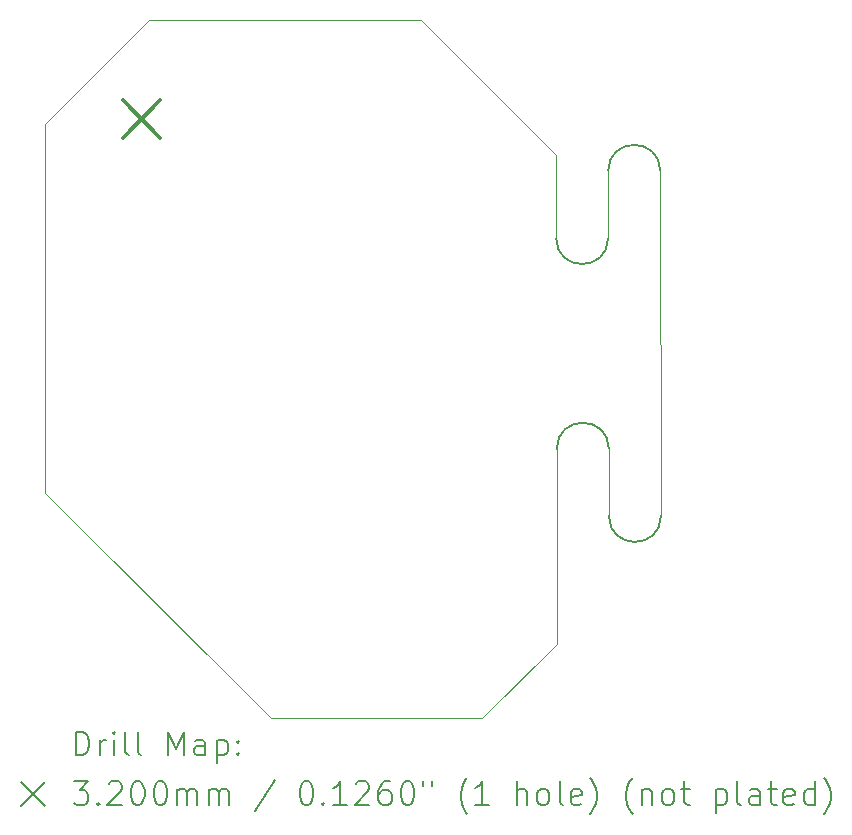
<source format=gbr>
%TF.GenerationSoftware,KiCad,Pcbnew,9.0.4*%
%TF.CreationDate,2025-10-13T15:08:05-05:00*%
%TF.ProjectId,tplane2025,74706c61-6e65-4323-9032-352e6b696361,rev?*%
%TF.SameCoordinates,Original*%
%TF.FileFunction,Drillmap*%
%TF.FilePolarity,Positive*%
%FSLAX45Y45*%
G04 Gerber Fmt 4.5, Leading zero omitted, Abs format (unit mm)*
G04 Created by KiCad (PCBNEW 9.0.4) date 2025-10-13 15:08:05*
%MOMM*%
%LPD*%
G01*
G04 APERTURE LIST*
%ADD10C,0.200000*%
%ADD11C,0.050000*%
%ADD12C,0.320000*%
G04 APERTURE END LIST*
D10*
X17290422Y-5948000D02*
G75*
G02*
X17731267Y-5948000I220422J0D01*
G01*
D11*
X14434000Y-10582000D02*
X12526000Y-8674000D01*
X17296422Y-8300578D02*
X17296422Y-8868578D01*
D10*
X17737267Y-8868578D02*
G75*
G02*
X17296422Y-8868578I-220422J0D01*
G01*
X16855578Y-8300578D02*
G75*
G02*
X17296422Y-8300578I220422J0D01*
G01*
D11*
X17290422Y-6516000D02*
X17290422Y-5948000D01*
X16226000Y-10582000D02*
X14434000Y-10582000D01*
X16849578Y-6516000D02*
X16849578Y-5817000D01*
X13406000Y-4671000D02*
X15704000Y-4671000D01*
X17737267Y-8868578D02*
X17731267Y-5948000D01*
X16855578Y-9952000D02*
X16226000Y-10582000D01*
X12526000Y-5551000D02*
X13406000Y-4671000D01*
X16855578Y-8300578D02*
X16855578Y-9952000D01*
X15704000Y-4671000D02*
X16849578Y-5816578D01*
X12526000Y-8674000D02*
X12526000Y-5551000D01*
D10*
X17290422Y-6516000D02*
G75*
G02*
X16849578Y-6516000I-220422J0D01*
G01*
D12*
X13180000Y-5347000D02*
X13500000Y-5667000D01*
X13500000Y-5347000D02*
X13180000Y-5667000D01*
D10*
X12784277Y-10895984D02*
X12784277Y-10695984D01*
X12784277Y-10695984D02*
X12831896Y-10695984D01*
X12831896Y-10695984D02*
X12860467Y-10705508D01*
X12860467Y-10705508D02*
X12879515Y-10724555D01*
X12879515Y-10724555D02*
X12889039Y-10743603D01*
X12889039Y-10743603D02*
X12898562Y-10781698D01*
X12898562Y-10781698D02*
X12898562Y-10810270D01*
X12898562Y-10810270D02*
X12889039Y-10848365D01*
X12889039Y-10848365D02*
X12879515Y-10867412D01*
X12879515Y-10867412D02*
X12860467Y-10886460D01*
X12860467Y-10886460D02*
X12831896Y-10895984D01*
X12831896Y-10895984D02*
X12784277Y-10895984D01*
X12984277Y-10895984D02*
X12984277Y-10762650D01*
X12984277Y-10800746D02*
X12993801Y-10781698D01*
X12993801Y-10781698D02*
X13003324Y-10772174D01*
X13003324Y-10772174D02*
X13022372Y-10762650D01*
X13022372Y-10762650D02*
X13041420Y-10762650D01*
X13108086Y-10895984D02*
X13108086Y-10762650D01*
X13108086Y-10695984D02*
X13098562Y-10705508D01*
X13098562Y-10705508D02*
X13108086Y-10715031D01*
X13108086Y-10715031D02*
X13117610Y-10705508D01*
X13117610Y-10705508D02*
X13108086Y-10695984D01*
X13108086Y-10695984D02*
X13108086Y-10715031D01*
X13231896Y-10895984D02*
X13212848Y-10886460D01*
X13212848Y-10886460D02*
X13203324Y-10867412D01*
X13203324Y-10867412D02*
X13203324Y-10695984D01*
X13336658Y-10895984D02*
X13317610Y-10886460D01*
X13317610Y-10886460D02*
X13308086Y-10867412D01*
X13308086Y-10867412D02*
X13308086Y-10695984D01*
X13565229Y-10895984D02*
X13565229Y-10695984D01*
X13565229Y-10695984D02*
X13631896Y-10838841D01*
X13631896Y-10838841D02*
X13698562Y-10695984D01*
X13698562Y-10695984D02*
X13698562Y-10895984D01*
X13879515Y-10895984D02*
X13879515Y-10791222D01*
X13879515Y-10791222D02*
X13869991Y-10772174D01*
X13869991Y-10772174D02*
X13850943Y-10762650D01*
X13850943Y-10762650D02*
X13812848Y-10762650D01*
X13812848Y-10762650D02*
X13793801Y-10772174D01*
X13879515Y-10886460D02*
X13860467Y-10895984D01*
X13860467Y-10895984D02*
X13812848Y-10895984D01*
X13812848Y-10895984D02*
X13793801Y-10886460D01*
X13793801Y-10886460D02*
X13784277Y-10867412D01*
X13784277Y-10867412D02*
X13784277Y-10848365D01*
X13784277Y-10848365D02*
X13793801Y-10829317D01*
X13793801Y-10829317D02*
X13812848Y-10819793D01*
X13812848Y-10819793D02*
X13860467Y-10819793D01*
X13860467Y-10819793D02*
X13879515Y-10810270D01*
X13974753Y-10762650D02*
X13974753Y-10962650D01*
X13974753Y-10772174D02*
X13993801Y-10762650D01*
X13993801Y-10762650D02*
X14031896Y-10762650D01*
X14031896Y-10762650D02*
X14050943Y-10772174D01*
X14050943Y-10772174D02*
X14060467Y-10781698D01*
X14060467Y-10781698D02*
X14069991Y-10800746D01*
X14069991Y-10800746D02*
X14069991Y-10857889D01*
X14069991Y-10857889D02*
X14060467Y-10876936D01*
X14060467Y-10876936D02*
X14050943Y-10886460D01*
X14050943Y-10886460D02*
X14031896Y-10895984D01*
X14031896Y-10895984D02*
X13993801Y-10895984D01*
X13993801Y-10895984D02*
X13974753Y-10886460D01*
X14155705Y-10876936D02*
X14165229Y-10886460D01*
X14165229Y-10886460D02*
X14155705Y-10895984D01*
X14155705Y-10895984D02*
X14146182Y-10886460D01*
X14146182Y-10886460D02*
X14155705Y-10876936D01*
X14155705Y-10876936D02*
X14155705Y-10895984D01*
X14155705Y-10772174D02*
X14165229Y-10781698D01*
X14165229Y-10781698D02*
X14155705Y-10791222D01*
X14155705Y-10791222D02*
X14146182Y-10781698D01*
X14146182Y-10781698D02*
X14155705Y-10772174D01*
X14155705Y-10772174D02*
X14155705Y-10791222D01*
X12323500Y-11124500D02*
X12523500Y-11324500D01*
X12523500Y-11124500D02*
X12323500Y-11324500D01*
X12765229Y-11115984D02*
X12889039Y-11115984D01*
X12889039Y-11115984D02*
X12822372Y-11192174D01*
X12822372Y-11192174D02*
X12850943Y-11192174D01*
X12850943Y-11192174D02*
X12869991Y-11201698D01*
X12869991Y-11201698D02*
X12879515Y-11211222D01*
X12879515Y-11211222D02*
X12889039Y-11230269D01*
X12889039Y-11230269D02*
X12889039Y-11277888D01*
X12889039Y-11277888D02*
X12879515Y-11296936D01*
X12879515Y-11296936D02*
X12869991Y-11306460D01*
X12869991Y-11306460D02*
X12850943Y-11315984D01*
X12850943Y-11315984D02*
X12793801Y-11315984D01*
X12793801Y-11315984D02*
X12774753Y-11306460D01*
X12774753Y-11306460D02*
X12765229Y-11296936D01*
X12974753Y-11296936D02*
X12984277Y-11306460D01*
X12984277Y-11306460D02*
X12974753Y-11315984D01*
X12974753Y-11315984D02*
X12965229Y-11306460D01*
X12965229Y-11306460D02*
X12974753Y-11296936D01*
X12974753Y-11296936D02*
X12974753Y-11315984D01*
X13060467Y-11135031D02*
X13069991Y-11125508D01*
X13069991Y-11125508D02*
X13089039Y-11115984D01*
X13089039Y-11115984D02*
X13136658Y-11115984D01*
X13136658Y-11115984D02*
X13155705Y-11125508D01*
X13155705Y-11125508D02*
X13165229Y-11135031D01*
X13165229Y-11135031D02*
X13174753Y-11154079D01*
X13174753Y-11154079D02*
X13174753Y-11173127D01*
X13174753Y-11173127D02*
X13165229Y-11201698D01*
X13165229Y-11201698D02*
X13050943Y-11315984D01*
X13050943Y-11315984D02*
X13174753Y-11315984D01*
X13298562Y-11115984D02*
X13317610Y-11115984D01*
X13317610Y-11115984D02*
X13336658Y-11125508D01*
X13336658Y-11125508D02*
X13346182Y-11135031D01*
X13346182Y-11135031D02*
X13355705Y-11154079D01*
X13355705Y-11154079D02*
X13365229Y-11192174D01*
X13365229Y-11192174D02*
X13365229Y-11239793D01*
X13365229Y-11239793D02*
X13355705Y-11277888D01*
X13355705Y-11277888D02*
X13346182Y-11296936D01*
X13346182Y-11296936D02*
X13336658Y-11306460D01*
X13336658Y-11306460D02*
X13317610Y-11315984D01*
X13317610Y-11315984D02*
X13298562Y-11315984D01*
X13298562Y-11315984D02*
X13279515Y-11306460D01*
X13279515Y-11306460D02*
X13269991Y-11296936D01*
X13269991Y-11296936D02*
X13260467Y-11277888D01*
X13260467Y-11277888D02*
X13250943Y-11239793D01*
X13250943Y-11239793D02*
X13250943Y-11192174D01*
X13250943Y-11192174D02*
X13260467Y-11154079D01*
X13260467Y-11154079D02*
X13269991Y-11135031D01*
X13269991Y-11135031D02*
X13279515Y-11125508D01*
X13279515Y-11125508D02*
X13298562Y-11115984D01*
X13489039Y-11115984D02*
X13508086Y-11115984D01*
X13508086Y-11115984D02*
X13527134Y-11125508D01*
X13527134Y-11125508D02*
X13536658Y-11135031D01*
X13536658Y-11135031D02*
X13546182Y-11154079D01*
X13546182Y-11154079D02*
X13555705Y-11192174D01*
X13555705Y-11192174D02*
X13555705Y-11239793D01*
X13555705Y-11239793D02*
X13546182Y-11277888D01*
X13546182Y-11277888D02*
X13536658Y-11296936D01*
X13536658Y-11296936D02*
X13527134Y-11306460D01*
X13527134Y-11306460D02*
X13508086Y-11315984D01*
X13508086Y-11315984D02*
X13489039Y-11315984D01*
X13489039Y-11315984D02*
X13469991Y-11306460D01*
X13469991Y-11306460D02*
X13460467Y-11296936D01*
X13460467Y-11296936D02*
X13450943Y-11277888D01*
X13450943Y-11277888D02*
X13441420Y-11239793D01*
X13441420Y-11239793D02*
X13441420Y-11192174D01*
X13441420Y-11192174D02*
X13450943Y-11154079D01*
X13450943Y-11154079D02*
X13460467Y-11135031D01*
X13460467Y-11135031D02*
X13469991Y-11125508D01*
X13469991Y-11125508D02*
X13489039Y-11115984D01*
X13641420Y-11315984D02*
X13641420Y-11182650D01*
X13641420Y-11201698D02*
X13650943Y-11192174D01*
X13650943Y-11192174D02*
X13669991Y-11182650D01*
X13669991Y-11182650D02*
X13698563Y-11182650D01*
X13698563Y-11182650D02*
X13717610Y-11192174D01*
X13717610Y-11192174D02*
X13727134Y-11211222D01*
X13727134Y-11211222D02*
X13727134Y-11315984D01*
X13727134Y-11211222D02*
X13736658Y-11192174D01*
X13736658Y-11192174D02*
X13755705Y-11182650D01*
X13755705Y-11182650D02*
X13784277Y-11182650D01*
X13784277Y-11182650D02*
X13803324Y-11192174D01*
X13803324Y-11192174D02*
X13812848Y-11211222D01*
X13812848Y-11211222D02*
X13812848Y-11315984D01*
X13908086Y-11315984D02*
X13908086Y-11182650D01*
X13908086Y-11201698D02*
X13917610Y-11192174D01*
X13917610Y-11192174D02*
X13936658Y-11182650D01*
X13936658Y-11182650D02*
X13965229Y-11182650D01*
X13965229Y-11182650D02*
X13984277Y-11192174D01*
X13984277Y-11192174D02*
X13993801Y-11211222D01*
X13993801Y-11211222D02*
X13993801Y-11315984D01*
X13993801Y-11211222D02*
X14003324Y-11192174D01*
X14003324Y-11192174D02*
X14022372Y-11182650D01*
X14022372Y-11182650D02*
X14050943Y-11182650D01*
X14050943Y-11182650D02*
X14069991Y-11192174D01*
X14069991Y-11192174D02*
X14079515Y-11211222D01*
X14079515Y-11211222D02*
X14079515Y-11315984D01*
X14469991Y-11106460D02*
X14298563Y-11363603D01*
X14727134Y-11115984D02*
X14746182Y-11115984D01*
X14746182Y-11115984D02*
X14765229Y-11125508D01*
X14765229Y-11125508D02*
X14774753Y-11135031D01*
X14774753Y-11135031D02*
X14784277Y-11154079D01*
X14784277Y-11154079D02*
X14793801Y-11192174D01*
X14793801Y-11192174D02*
X14793801Y-11239793D01*
X14793801Y-11239793D02*
X14784277Y-11277888D01*
X14784277Y-11277888D02*
X14774753Y-11296936D01*
X14774753Y-11296936D02*
X14765229Y-11306460D01*
X14765229Y-11306460D02*
X14746182Y-11315984D01*
X14746182Y-11315984D02*
X14727134Y-11315984D01*
X14727134Y-11315984D02*
X14708086Y-11306460D01*
X14708086Y-11306460D02*
X14698563Y-11296936D01*
X14698563Y-11296936D02*
X14689039Y-11277888D01*
X14689039Y-11277888D02*
X14679515Y-11239793D01*
X14679515Y-11239793D02*
X14679515Y-11192174D01*
X14679515Y-11192174D02*
X14689039Y-11154079D01*
X14689039Y-11154079D02*
X14698563Y-11135031D01*
X14698563Y-11135031D02*
X14708086Y-11125508D01*
X14708086Y-11125508D02*
X14727134Y-11115984D01*
X14879515Y-11296936D02*
X14889039Y-11306460D01*
X14889039Y-11306460D02*
X14879515Y-11315984D01*
X14879515Y-11315984D02*
X14869991Y-11306460D01*
X14869991Y-11306460D02*
X14879515Y-11296936D01*
X14879515Y-11296936D02*
X14879515Y-11315984D01*
X15079515Y-11315984D02*
X14965229Y-11315984D01*
X15022372Y-11315984D02*
X15022372Y-11115984D01*
X15022372Y-11115984D02*
X15003325Y-11144555D01*
X15003325Y-11144555D02*
X14984277Y-11163603D01*
X14984277Y-11163603D02*
X14965229Y-11173127D01*
X15155706Y-11135031D02*
X15165229Y-11125508D01*
X15165229Y-11125508D02*
X15184277Y-11115984D01*
X15184277Y-11115984D02*
X15231896Y-11115984D01*
X15231896Y-11115984D02*
X15250944Y-11125508D01*
X15250944Y-11125508D02*
X15260467Y-11135031D01*
X15260467Y-11135031D02*
X15269991Y-11154079D01*
X15269991Y-11154079D02*
X15269991Y-11173127D01*
X15269991Y-11173127D02*
X15260467Y-11201698D01*
X15260467Y-11201698D02*
X15146182Y-11315984D01*
X15146182Y-11315984D02*
X15269991Y-11315984D01*
X15441420Y-11115984D02*
X15403325Y-11115984D01*
X15403325Y-11115984D02*
X15384277Y-11125508D01*
X15384277Y-11125508D02*
X15374753Y-11135031D01*
X15374753Y-11135031D02*
X15355706Y-11163603D01*
X15355706Y-11163603D02*
X15346182Y-11201698D01*
X15346182Y-11201698D02*
X15346182Y-11277888D01*
X15346182Y-11277888D02*
X15355706Y-11296936D01*
X15355706Y-11296936D02*
X15365229Y-11306460D01*
X15365229Y-11306460D02*
X15384277Y-11315984D01*
X15384277Y-11315984D02*
X15422372Y-11315984D01*
X15422372Y-11315984D02*
X15441420Y-11306460D01*
X15441420Y-11306460D02*
X15450944Y-11296936D01*
X15450944Y-11296936D02*
X15460467Y-11277888D01*
X15460467Y-11277888D02*
X15460467Y-11230269D01*
X15460467Y-11230269D02*
X15450944Y-11211222D01*
X15450944Y-11211222D02*
X15441420Y-11201698D01*
X15441420Y-11201698D02*
X15422372Y-11192174D01*
X15422372Y-11192174D02*
X15384277Y-11192174D01*
X15384277Y-11192174D02*
X15365229Y-11201698D01*
X15365229Y-11201698D02*
X15355706Y-11211222D01*
X15355706Y-11211222D02*
X15346182Y-11230269D01*
X15584277Y-11115984D02*
X15603325Y-11115984D01*
X15603325Y-11115984D02*
X15622372Y-11125508D01*
X15622372Y-11125508D02*
X15631896Y-11135031D01*
X15631896Y-11135031D02*
X15641420Y-11154079D01*
X15641420Y-11154079D02*
X15650944Y-11192174D01*
X15650944Y-11192174D02*
X15650944Y-11239793D01*
X15650944Y-11239793D02*
X15641420Y-11277888D01*
X15641420Y-11277888D02*
X15631896Y-11296936D01*
X15631896Y-11296936D02*
X15622372Y-11306460D01*
X15622372Y-11306460D02*
X15603325Y-11315984D01*
X15603325Y-11315984D02*
X15584277Y-11315984D01*
X15584277Y-11315984D02*
X15565229Y-11306460D01*
X15565229Y-11306460D02*
X15555706Y-11296936D01*
X15555706Y-11296936D02*
X15546182Y-11277888D01*
X15546182Y-11277888D02*
X15536658Y-11239793D01*
X15536658Y-11239793D02*
X15536658Y-11192174D01*
X15536658Y-11192174D02*
X15546182Y-11154079D01*
X15546182Y-11154079D02*
X15555706Y-11135031D01*
X15555706Y-11135031D02*
X15565229Y-11125508D01*
X15565229Y-11125508D02*
X15584277Y-11115984D01*
X15727134Y-11115984D02*
X15727134Y-11154079D01*
X15803325Y-11115984D02*
X15803325Y-11154079D01*
X16098563Y-11392174D02*
X16089039Y-11382650D01*
X16089039Y-11382650D02*
X16069991Y-11354079D01*
X16069991Y-11354079D02*
X16060468Y-11335031D01*
X16060468Y-11335031D02*
X16050944Y-11306460D01*
X16050944Y-11306460D02*
X16041420Y-11258841D01*
X16041420Y-11258841D02*
X16041420Y-11220746D01*
X16041420Y-11220746D02*
X16050944Y-11173127D01*
X16050944Y-11173127D02*
X16060468Y-11144555D01*
X16060468Y-11144555D02*
X16069991Y-11125508D01*
X16069991Y-11125508D02*
X16089039Y-11096936D01*
X16089039Y-11096936D02*
X16098563Y-11087412D01*
X16279515Y-11315984D02*
X16165229Y-11315984D01*
X16222372Y-11315984D02*
X16222372Y-11115984D01*
X16222372Y-11115984D02*
X16203325Y-11144555D01*
X16203325Y-11144555D02*
X16184277Y-11163603D01*
X16184277Y-11163603D02*
X16165229Y-11173127D01*
X16517610Y-11315984D02*
X16517610Y-11115984D01*
X16603325Y-11315984D02*
X16603325Y-11211222D01*
X16603325Y-11211222D02*
X16593801Y-11192174D01*
X16593801Y-11192174D02*
X16574753Y-11182650D01*
X16574753Y-11182650D02*
X16546182Y-11182650D01*
X16546182Y-11182650D02*
X16527134Y-11192174D01*
X16527134Y-11192174D02*
X16517610Y-11201698D01*
X16727134Y-11315984D02*
X16708087Y-11306460D01*
X16708087Y-11306460D02*
X16698563Y-11296936D01*
X16698563Y-11296936D02*
X16689039Y-11277888D01*
X16689039Y-11277888D02*
X16689039Y-11220746D01*
X16689039Y-11220746D02*
X16698563Y-11201698D01*
X16698563Y-11201698D02*
X16708087Y-11192174D01*
X16708087Y-11192174D02*
X16727134Y-11182650D01*
X16727134Y-11182650D02*
X16755706Y-11182650D01*
X16755706Y-11182650D02*
X16774753Y-11192174D01*
X16774753Y-11192174D02*
X16784277Y-11201698D01*
X16784277Y-11201698D02*
X16793801Y-11220746D01*
X16793801Y-11220746D02*
X16793801Y-11277888D01*
X16793801Y-11277888D02*
X16784277Y-11296936D01*
X16784277Y-11296936D02*
X16774753Y-11306460D01*
X16774753Y-11306460D02*
X16755706Y-11315984D01*
X16755706Y-11315984D02*
X16727134Y-11315984D01*
X16908087Y-11315984D02*
X16889039Y-11306460D01*
X16889039Y-11306460D02*
X16879515Y-11287412D01*
X16879515Y-11287412D02*
X16879515Y-11115984D01*
X17060468Y-11306460D02*
X17041420Y-11315984D01*
X17041420Y-11315984D02*
X17003325Y-11315984D01*
X17003325Y-11315984D02*
X16984277Y-11306460D01*
X16984277Y-11306460D02*
X16974753Y-11287412D01*
X16974753Y-11287412D02*
X16974753Y-11211222D01*
X16974753Y-11211222D02*
X16984277Y-11192174D01*
X16984277Y-11192174D02*
X17003325Y-11182650D01*
X17003325Y-11182650D02*
X17041420Y-11182650D01*
X17041420Y-11182650D02*
X17060468Y-11192174D01*
X17060468Y-11192174D02*
X17069992Y-11211222D01*
X17069992Y-11211222D02*
X17069992Y-11230269D01*
X17069992Y-11230269D02*
X16974753Y-11249317D01*
X17136658Y-11392174D02*
X17146182Y-11382650D01*
X17146182Y-11382650D02*
X17165230Y-11354079D01*
X17165230Y-11354079D02*
X17174753Y-11335031D01*
X17174753Y-11335031D02*
X17184277Y-11306460D01*
X17184277Y-11306460D02*
X17193801Y-11258841D01*
X17193801Y-11258841D02*
X17193801Y-11220746D01*
X17193801Y-11220746D02*
X17184277Y-11173127D01*
X17184277Y-11173127D02*
X17174753Y-11144555D01*
X17174753Y-11144555D02*
X17165230Y-11125508D01*
X17165230Y-11125508D02*
X17146182Y-11096936D01*
X17146182Y-11096936D02*
X17136658Y-11087412D01*
X17498563Y-11392174D02*
X17489039Y-11382650D01*
X17489039Y-11382650D02*
X17469992Y-11354079D01*
X17469992Y-11354079D02*
X17460468Y-11335031D01*
X17460468Y-11335031D02*
X17450944Y-11306460D01*
X17450944Y-11306460D02*
X17441420Y-11258841D01*
X17441420Y-11258841D02*
X17441420Y-11220746D01*
X17441420Y-11220746D02*
X17450944Y-11173127D01*
X17450944Y-11173127D02*
X17460468Y-11144555D01*
X17460468Y-11144555D02*
X17469992Y-11125508D01*
X17469992Y-11125508D02*
X17489039Y-11096936D01*
X17489039Y-11096936D02*
X17498563Y-11087412D01*
X17574753Y-11182650D02*
X17574753Y-11315984D01*
X17574753Y-11201698D02*
X17584277Y-11192174D01*
X17584277Y-11192174D02*
X17603325Y-11182650D01*
X17603325Y-11182650D02*
X17631896Y-11182650D01*
X17631896Y-11182650D02*
X17650944Y-11192174D01*
X17650944Y-11192174D02*
X17660468Y-11211222D01*
X17660468Y-11211222D02*
X17660468Y-11315984D01*
X17784277Y-11315984D02*
X17765230Y-11306460D01*
X17765230Y-11306460D02*
X17755706Y-11296936D01*
X17755706Y-11296936D02*
X17746182Y-11277888D01*
X17746182Y-11277888D02*
X17746182Y-11220746D01*
X17746182Y-11220746D02*
X17755706Y-11201698D01*
X17755706Y-11201698D02*
X17765230Y-11192174D01*
X17765230Y-11192174D02*
X17784277Y-11182650D01*
X17784277Y-11182650D02*
X17812849Y-11182650D01*
X17812849Y-11182650D02*
X17831896Y-11192174D01*
X17831896Y-11192174D02*
X17841420Y-11201698D01*
X17841420Y-11201698D02*
X17850944Y-11220746D01*
X17850944Y-11220746D02*
X17850944Y-11277888D01*
X17850944Y-11277888D02*
X17841420Y-11296936D01*
X17841420Y-11296936D02*
X17831896Y-11306460D01*
X17831896Y-11306460D02*
X17812849Y-11315984D01*
X17812849Y-11315984D02*
X17784277Y-11315984D01*
X17908087Y-11182650D02*
X17984277Y-11182650D01*
X17936658Y-11115984D02*
X17936658Y-11287412D01*
X17936658Y-11287412D02*
X17946182Y-11306460D01*
X17946182Y-11306460D02*
X17965230Y-11315984D01*
X17965230Y-11315984D02*
X17984277Y-11315984D01*
X18203325Y-11182650D02*
X18203325Y-11382650D01*
X18203325Y-11192174D02*
X18222373Y-11182650D01*
X18222373Y-11182650D02*
X18260468Y-11182650D01*
X18260468Y-11182650D02*
X18279515Y-11192174D01*
X18279515Y-11192174D02*
X18289039Y-11201698D01*
X18289039Y-11201698D02*
X18298563Y-11220746D01*
X18298563Y-11220746D02*
X18298563Y-11277888D01*
X18298563Y-11277888D02*
X18289039Y-11296936D01*
X18289039Y-11296936D02*
X18279515Y-11306460D01*
X18279515Y-11306460D02*
X18260468Y-11315984D01*
X18260468Y-11315984D02*
X18222373Y-11315984D01*
X18222373Y-11315984D02*
X18203325Y-11306460D01*
X18412849Y-11315984D02*
X18393801Y-11306460D01*
X18393801Y-11306460D02*
X18384277Y-11287412D01*
X18384277Y-11287412D02*
X18384277Y-11115984D01*
X18574754Y-11315984D02*
X18574754Y-11211222D01*
X18574754Y-11211222D02*
X18565230Y-11192174D01*
X18565230Y-11192174D02*
X18546182Y-11182650D01*
X18546182Y-11182650D02*
X18508087Y-11182650D01*
X18508087Y-11182650D02*
X18489039Y-11192174D01*
X18574754Y-11306460D02*
X18555706Y-11315984D01*
X18555706Y-11315984D02*
X18508087Y-11315984D01*
X18508087Y-11315984D02*
X18489039Y-11306460D01*
X18489039Y-11306460D02*
X18479515Y-11287412D01*
X18479515Y-11287412D02*
X18479515Y-11268365D01*
X18479515Y-11268365D02*
X18489039Y-11249317D01*
X18489039Y-11249317D02*
X18508087Y-11239793D01*
X18508087Y-11239793D02*
X18555706Y-11239793D01*
X18555706Y-11239793D02*
X18574754Y-11230269D01*
X18641420Y-11182650D02*
X18717611Y-11182650D01*
X18669992Y-11115984D02*
X18669992Y-11287412D01*
X18669992Y-11287412D02*
X18679515Y-11306460D01*
X18679515Y-11306460D02*
X18698563Y-11315984D01*
X18698563Y-11315984D02*
X18717611Y-11315984D01*
X18860468Y-11306460D02*
X18841420Y-11315984D01*
X18841420Y-11315984D02*
X18803325Y-11315984D01*
X18803325Y-11315984D02*
X18784277Y-11306460D01*
X18784277Y-11306460D02*
X18774754Y-11287412D01*
X18774754Y-11287412D02*
X18774754Y-11211222D01*
X18774754Y-11211222D02*
X18784277Y-11192174D01*
X18784277Y-11192174D02*
X18803325Y-11182650D01*
X18803325Y-11182650D02*
X18841420Y-11182650D01*
X18841420Y-11182650D02*
X18860468Y-11192174D01*
X18860468Y-11192174D02*
X18869992Y-11211222D01*
X18869992Y-11211222D02*
X18869992Y-11230269D01*
X18869992Y-11230269D02*
X18774754Y-11249317D01*
X19041420Y-11315984D02*
X19041420Y-11115984D01*
X19041420Y-11306460D02*
X19022373Y-11315984D01*
X19022373Y-11315984D02*
X18984277Y-11315984D01*
X18984277Y-11315984D02*
X18965230Y-11306460D01*
X18965230Y-11306460D02*
X18955706Y-11296936D01*
X18955706Y-11296936D02*
X18946182Y-11277888D01*
X18946182Y-11277888D02*
X18946182Y-11220746D01*
X18946182Y-11220746D02*
X18955706Y-11201698D01*
X18955706Y-11201698D02*
X18965230Y-11192174D01*
X18965230Y-11192174D02*
X18984277Y-11182650D01*
X18984277Y-11182650D02*
X19022373Y-11182650D01*
X19022373Y-11182650D02*
X19041420Y-11192174D01*
X19117611Y-11392174D02*
X19127135Y-11382650D01*
X19127135Y-11382650D02*
X19146182Y-11354079D01*
X19146182Y-11354079D02*
X19155706Y-11335031D01*
X19155706Y-11335031D02*
X19165230Y-11306460D01*
X19165230Y-11306460D02*
X19174754Y-11258841D01*
X19174754Y-11258841D02*
X19174754Y-11220746D01*
X19174754Y-11220746D02*
X19165230Y-11173127D01*
X19165230Y-11173127D02*
X19155706Y-11144555D01*
X19155706Y-11144555D02*
X19146182Y-11125508D01*
X19146182Y-11125508D02*
X19127135Y-11096936D01*
X19127135Y-11096936D02*
X19117611Y-11087412D01*
M02*

</source>
